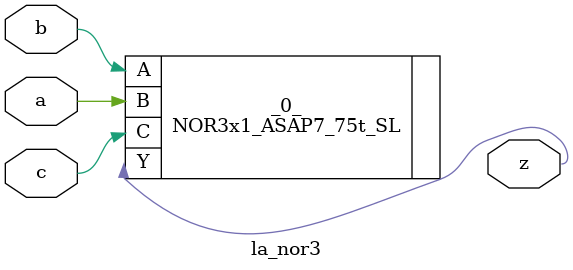
<source format=v>
/* Generated by Yosys 0.37 (git sha1 a5c7f69ed, clang 14.0.0-1ubuntu1.1 -fPIC -Os) */

module la_nor3(a, b, c, z);
  input a;
  wire a;
  input b;
  wire b;
  input c;
  wire c;
  output z;
  wire z;
  NOR3x1_ASAP7_75t_SL _0_ (
    .A(b),
    .B(a),
    .C(c),
    .Y(z)
  );
endmodule

</source>
